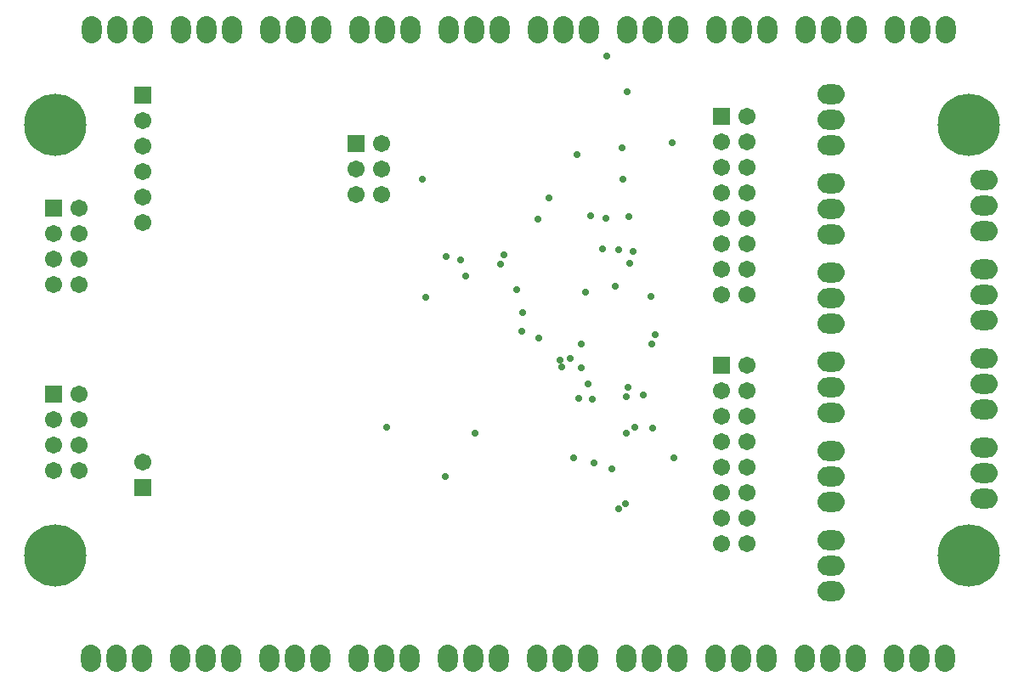
<source format=gbs>
G04 Layer_Color=16711935*
%FSLAX25Y25*%
%MOIN*%
G70*
G01*
G75*
%ADD55O,0.07690X0.10642*%
%ADD56C,0.06706*%
%ADD57R,0.06706X0.06706*%
%ADD58O,0.10642X0.07690*%
%ADD59C,0.24422*%
%ADD60C,0.02768*%
D55*
X50000Y261500D02*
D03*
X40000D02*
D03*
X30000D02*
D03*
X85000D02*
D03*
X75000D02*
D03*
X65000D02*
D03*
X120000D02*
D03*
X110000D02*
D03*
X100000D02*
D03*
X155000D02*
D03*
X145000D02*
D03*
X135000D02*
D03*
X330000D02*
D03*
X320000D02*
D03*
X310000D02*
D03*
X190000D02*
D03*
X180000D02*
D03*
X170000D02*
D03*
X225000D02*
D03*
X215000D02*
D03*
X205000D02*
D03*
X260000D02*
D03*
X250000D02*
D03*
X240000D02*
D03*
X295000D02*
D03*
X285000D02*
D03*
X275000D02*
D03*
X365000D02*
D03*
X355000D02*
D03*
X345000D02*
D03*
X29500Y15000D02*
D03*
X39500D02*
D03*
X49500D02*
D03*
X64500D02*
D03*
X74500D02*
D03*
X84500D02*
D03*
X99500D02*
D03*
X109500D02*
D03*
X119500D02*
D03*
X134500D02*
D03*
X144500D02*
D03*
X154500D02*
D03*
X169500D02*
D03*
X179500D02*
D03*
X189500D02*
D03*
X204500D02*
D03*
X214500D02*
D03*
X224500D02*
D03*
X239500D02*
D03*
X249500D02*
D03*
X259500D02*
D03*
X274500D02*
D03*
X284500D02*
D03*
X294500D02*
D03*
X309500D02*
D03*
X319500D02*
D03*
X329500D02*
D03*
X344500D02*
D03*
X354500D02*
D03*
X364500D02*
D03*
D56*
X50000Y186000D02*
D03*
Y196000D02*
D03*
Y206000D02*
D03*
Y216000D02*
D03*
Y226000D02*
D03*
X287000Y59967D02*
D03*
Y69967D02*
D03*
Y79967D02*
D03*
Y89967D02*
D03*
Y99967D02*
D03*
Y109967D02*
D03*
Y119967D02*
D03*
Y129967D02*
D03*
X277000Y59967D02*
D03*
Y69967D02*
D03*
Y79967D02*
D03*
Y89967D02*
D03*
Y99967D02*
D03*
Y109967D02*
D03*
Y119967D02*
D03*
X287000Y157467D02*
D03*
Y167467D02*
D03*
Y177467D02*
D03*
Y187467D02*
D03*
Y197467D02*
D03*
Y207467D02*
D03*
Y217467D02*
D03*
Y227467D02*
D03*
X277000Y157467D02*
D03*
Y167467D02*
D03*
Y177467D02*
D03*
Y187467D02*
D03*
Y197467D02*
D03*
Y207467D02*
D03*
Y217467D02*
D03*
X143500Y217000D02*
D03*
X133500Y207000D02*
D03*
X143500D02*
D03*
X133500Y197000D02*
D03*
X143500D02*
D03*
X50000Y92000D02*
D03*
X25000Y191500D02*
D03*
X15000Y181500D02*
D03*
X25000D02*
D03*
X15000Y171500D02*
D03*
X25000D02*
D03*
X15000Y161500D02*
D03*
X25000D02*
D03*
Y118500D02*
D03*
X15000Y108500D02*
D03*
X25000D02*
D03*
X15000Y98500D02*
D03*
X25000D02*
D03*
X15000Y88500D02*
D03*
X25000D02*
D03*
D57*
X50000Y236000D02*
D03*
X277000Y129967D02*
D03*
Y227467D02*
D03*
X133500Y217000D02*
D03*
X50000Y82000D02*
D03*
X15000Y191500D02*
D03*
Y118500D02*
D03*
D58*
X320000Y41083D02*
D03*
Y51083D02*
D03*
Y61083D02*
D03*
Y76083D02*
D03*
Y86083D02*
D03*
Y96083D02*
D03*
Y111083D02*
D03*
Y121083D02*
D03*
Y131083D02*
D03*
Y146083D02*
D03*
Y156083D02*
D03*
Y166083D02*
D03*
Y216083D02*
D03*
Y226083D02*
D03*
Y236083D02*
D03*
Y181083D02*
D03*
Y191083D02*
D03*
Y201083D02*
D03*
X380000Y77500D02*
D03*
Y87500D02*
D03*
Y97500D02*
D03*
Y112500D02*
D03*
Y122500D02*
D03*
Y132500D02*
D03*
Y147500D02*
D03*
Y157500D02*
D03*
Y167500D02*
D03*
Y182500D02*
D03*
Y192500D02*
D03*
Y202500D02*
D03*
D59*
X15748Y55118D02*
D03*
X374016D02*
D03*
X15748Y224409D02*
D03*
X374016D02*
D03*
D60*
X224600Y122500D02*
D03*
X250827Y142000D02*
D03*
X249700Y138100D02*
D03*
X180200Y103300D02*
D03*
X168800Y86100D02*
D03*
X258400Y93700D02*
D03*
X226425Y116525D02*
D03*
X222100Y129000D02*
D03*
X221100Y117000D02*
D03*
X159800Y202900D02*
D03*
X174500Y171400D02*
D03*
X190300Y169600D02*
D03*
X205400Y140500D02*
D03*
X161000Y156600D02*
D03*
X213600Y132000D02*
D03*
X209200Y195600D02*
D03*
X240820Y169822D02*
D03*
X220400Y212700D02*
D03*
X240000Y237300D02*
D03*
X231754Y187500D02*
D03*
X231900Y251200D02*
D03*
X236661Y73700D02*
D03*
X239353Y75453D02*
D03*
X234100Y89400D02*
D03*
X227100Y91700D02*
D03*
X249900Y105400D02*
D03*
X239700Y103100D02*
D03*
X246300Y118200D02*
D03*
X196800Y159700D02*
D03*
X249457Y157000D02*
D03*
X214400Y129400D02*
D03*
X176700Y164985D02*
D03*
X169000Y172600D02*
D03*
X236800Y175100D02*
D03*
X218900Y93500D02*
D03*
X198900Y150700D02*
D03*
X242300Y174439D02*
D03*
X230201Y175499D02*
D03*
X238061Y215300D02*
D03*
X257600Y217200D02*
D03*
X238449Y202800D02*
D03*
X240400Y121183D02*
D03*
X239600Y117500D02*
D03*
X242900Y105500D02*
D03*
X221977Y138300D02*
D03*
X191600Y173400D02*
D03*
X198800Y143300D02*
D03*
X225700Y188700D02*
D03*
X204897Y187100D02*
D03*
X145700Y105700D02*
D03*
X217600Y132700D02*
D03*
X240700Y188400D02*
D03*
X223484Y158500D02*
D03*
X235300Y161029D02*
D03*
M02*

</source>
